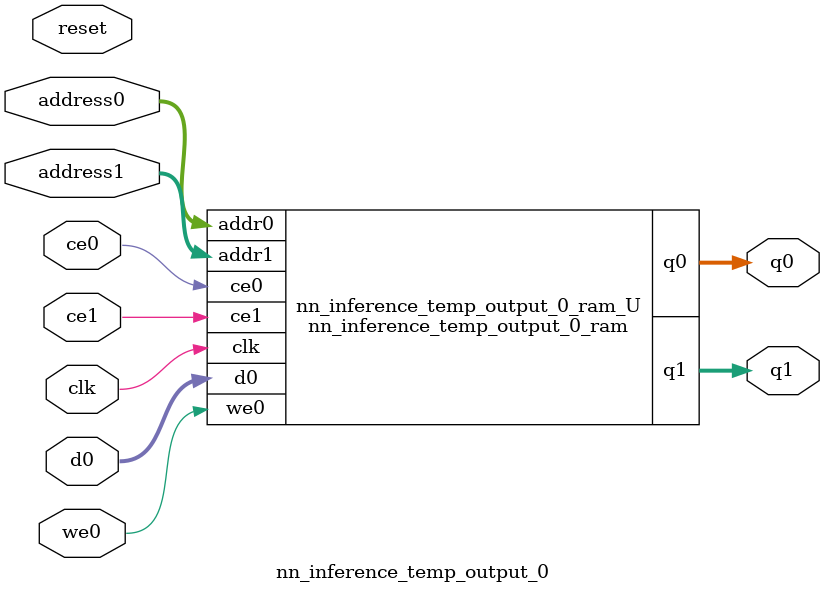
<source format=v>
`timescale 1 ns / 1 ps
module nn_inference_temp_output_0_ram (addr0, ce0, d0, we0, q0, addr1, ce1, q1,  clk);

parameter DWIDTH = 32;
parameter AWIDTH = 7;
parameter MEM_SIZE = 128;

input[AWIDTH-1:0] addr0;
input ce0;
input[DWIDTH-1:0] d0;
input we0;
output reg[DWIDTH-1:0] q0;
input[AWIDTH-1:0] addr1;
input ce1;
output reg[DWIDTH-1:0] q1;
input clk;

reg [DWIDTH-1:0] ram0[0:MEM_SIZE-1];



always @(posedge clk)  
begin 
    if (ce0) begin
        if (we0) 
            ram0[addr0] <= d0; 
        q0 <= ram0[addr0];
    end
end


always @(posedge clk)  
begin 
    if (ce1) begin
        q1 <= ram0[addr1];
    end
end


endmodule

`timescale 1 ns / 1 ps
module nn_inference_temp_output_0(
    reset,
    clk,
    address0,
    ce0,
    we0,
    d0,
    q0,
    address1,
    ce1,
    q1);

parameter DataWidth = 32'd32;
parameter AddressRange = 32'd128;
parameter AddressWidth = 32'd7;
input reset;
input clk;
input[AddressWidth - 1:0] address0;
input ce0;
input we0;
input[DataWidth - 1:0] d0;
output[DataWidth - 1:0] q0;
input[AddressWidth - 1:0] address1;
input ce1;
output[DataWidth - 1:0] q1;



nn_inference_temp_output_0_ram nn_inference_temp_output_0_ram_U(
    .clk( clk ),
    .addr0( address0 ),
    .ce0( ce0 ),
    .we0( we0 ),
    .d0( d0 ),
    .q0( q0 ),
    .addr1( address1 ),
    .ce1( ce1 ),
    .q1( q1 ));

endmodule


</source>
